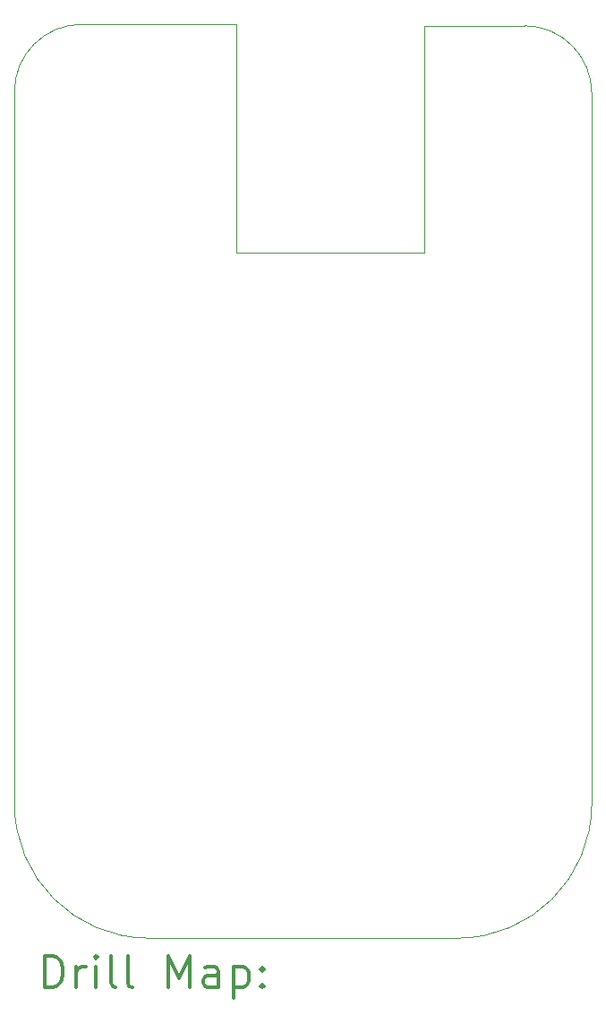
<source format=gbr>
%FSLAX45Y45*%
G04 Gerber Fmt 4.5, Leading zero omitted, Abs format (unit mm)*
G04 Created by KiCad (PCBNEW (5.1.4)-1) date 2021-10-25 09:14:46*
%MOMM*%
%LPD*%
G04 APERTURE LIST*
%ADD10C,0.002540*%
%ADD11C,0.200000*%
%ADD12C,0.300000*%
G04 APERTURE END LIST*
D10*
X16269965Y-4282440D02*
X15320010Y-4282440D01*
X16907510Y-4922520D02*
G75*
G03X16269965Y-4282440I-640085J0D01*
G01*
X12081510Y-4269740D02*
G75*
G03X11446510Y-4904740I0J-635000D01*
G01*
X13542010Y-4269740D02*
X12081510Y-4269740D01*
X11446510Y-11635740D02*
G75*
G03X12716510Y-12905740I1270000J0D01*
G01*
X15637510Y-12905740D02*
G75*
G03X16907510Y-11635740I0J1270000D01*
G01*
X13542010Y-6428740D02*
X13542010Y-4269740D01*
X15320010Y-6428740D02*
X13542010Y-6428740D01*
X15320010Y-4282440D02*
X15320010Y-6428740D01*
X16907510Y-11635740D02*
X16907510Y-4922520D01*
X12716510Y-12905740D02*
X15637510Y-12905740D01*
X11446510Y-4904740D02*
X11446510Y-11635740D01*
D11*
D12*
X11732811Y-13371581D02*
X11732811Y-13071581D01*
X11804240Y-13071581D01*
X11847097Y-13085867D01*
X11875669Y-13114438D01*
X11889954Y-13143010D01*
X11904240Y-13200153D01*
X11904240Y-13243010D01*
X11889954Y-13300153D01*
X11875669Y-13328724D01*
X11847097Y-13357296D01*
X11804240Y-13371581D01*
X11732811Y-13371581D01*
X12032811Y-13371581D02*
X12032811Y-13171581D01*
X12032811Y-13228724D02*
X12047097Y-13200153D01*
X12061383Y-13185867D01*
X12089954Y-13171581D01*
X12118526Y-13171581D01*
X12218526Y-13371581D02*
X12218526Y-13171581D01*
X12218526Y-13071581D02*
X12204240Y-13085867D01*
X12218526Y-13100153D01*
X12232811Y-13085867D01*
X12218526Y-13071581D01*
X12218526Y-13100153D01*
X12404240Y-13371581D02*
X12375669Y-13357296D01*
X12361383Y-13328724D01*
X12361383Y-13071581D01*
X12561383Y-13371581D02*
X12532811Y-13357296D01*
X12518526Y-13328724D01*
X12518526Y-13071581D01*
X12904240Y-13371581D02*
X12904240Y-13071581D01*
X13004240Y-13285867D01*
X13104240Y-13071581D01*
X13104240Y-13371581D01*
X13375669Y-13371581D02*
X13375669Y-13214438D01*
X13361383Y-13185867D01*
X13332811Y-13171581D01*
X13275669Y-13171581D01*
X13247097Y-13185867D01*
X13375669Y-13357296D02*
X13347097Y-13371581D01*
X13275669Y-13371581D01*
X13247097Y-13357296D01*
X13232811Y-13328724D01*
X13232811Y-13300153D01*
X13247097Y-13271581D01*
X13275669Y-13257296D01*
X13347097Y-13257296D01*
X13375669Y-13243010D01*
X13518526Y-13171581D02*
X13518526Y-13471581D01*
X13518526Y-13185867D02*
X13547097Y-13171581D01*
X13604240Y-13171581D01*
X13632811Y-13185867D01*
X13647097Y-13200153D01*
X13661383Y-13228724D01*
X13661383Y-13314438D01*
X13647097Y-13343010D01*
X13632811Y-13357296D01*
X13604240Y-13371581D01*
X13547097Y-13371581D01*
X13518526Y-13357296D01*
X13789954Y-13343010D02*
X13804240Y-13357296D01*
X13789954Y-13371581D01*
X13775669Y-13357296D01*
X13789954Y-13343010D01*
X13789954Y-13371581D01*
X13789954Y-13185867D02*
X13804240Y-13200153D01*
X13789954Y-13214438D01*
X13775669Y-13200153D01*
X13789954Y-13185867D01*
X13789954Y-13214438D01*
M02*

</source>
